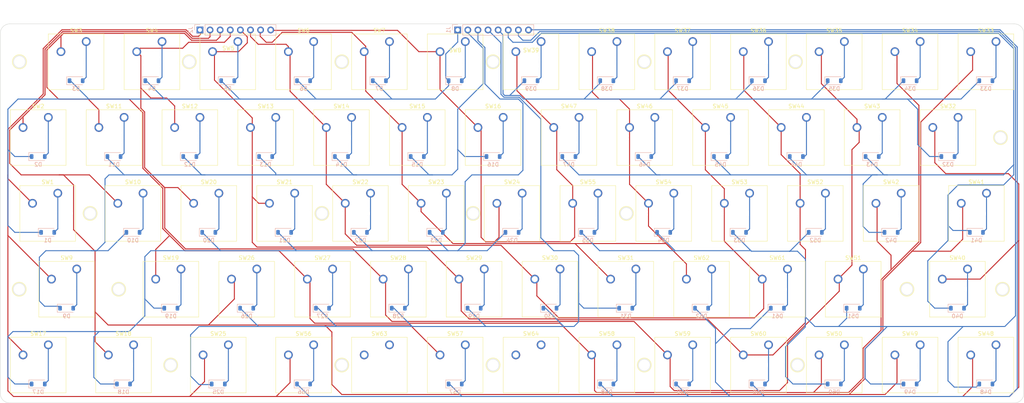
<source format=kicad_pcb>
(kicad_pcb (version 20221018) (generator pcbnew)

  (general
    (thickness 1.6)
  )

  (paper "A3")
  (layers
    (0 "F.Cu" signal)
    (31 "B.Cu" signal)
    (32 "B.Adhes" user "B.Adhesive")
    (33 "F.Adhes" user "F.Adhesive")
    (34 "B.Paste" user)
    (35 "F.Paste" user)
    (36 "B.SilkS" user "B.Silkscreen")
    (37 "F.SilkS" user "F.Silkscreen")
    (38 "B.Mask" user)
    (39 "F.Mask" user)
    (40 "Dwgs.User" user "User.Drawings")
    (41 "Cmts.User" user "User.Comments")
    (42 "Eco1.User" user "User.Eco1")
    (43 "Eco2.User" user "User.Eco2")
    (44 "Edge.Cuts" user)
    (45 "Margin" user)
    (46 "B.CrtYd" user "B.Courtyard")
    (47 "F.CrtYd" user "F.Courtyard")
    (48 "B.Fab" user)
    (49 "F.Fab" user)
    (50 "User.1" user)
    (51 "User.2" user)
    (52 "User.3" user)
    (53 "User.4" user)
    (54 "User.5" user)
    (55 "User.6" user)
    (56 "User.7" user)
    (57 "User.8" user)
    (58 "User.9" user)
  )

  (setup
    (pad_to_mask_clearance 0)
    (aux_axis_origin 83.185 188.11875)
    (grid_origin 83.185 188.11875)
    (pcbplotparams
      (layerselection 0x00010fc_ffffffff)
      (plot_on_all_layers_selection 0x0000000_00000000)
      (disableapertmacros false)
      (usegerberextensions false)
      (usegerberattributes true)
      (usegerberadvancedattributes true)
      (creategerberjobfile true)
      (dashed_line_dash_ratio 12.000000)
      (dashed_line_gap_ratio 3.000000)
      (svgprecision 4)
      (plotframeref false)
      (viasonmask false)
      (mode 1)
      (useauxorigin false)
      (hpglpennumber 1)
      (hpglpenspeed 20)
      (hpglpendiameter 15.000000)
      (dxfpolygonmode true)
      (dxfimperialunits true)
      (dxfusepcbnewfont true)
      (psnegative false)
      (psa4output false)
      (plotreference true)
      (plotvalue true)
      (plotinvisibletext false)
      (sketchpadsonfab false)
      (subtractmaskfromsilk false)
      (outputformat 1)
      (mirror false)
      (drillshape 1)
      (scaleselection 1)
      (outputdirectory "")
    )
  )

  (net 0 "")
  (net 1 "Net-(D1-K)")
  (net 2 "Net-(D1-A)")
  (net 3 "Net-(D10-A)")
  (net 4 "Net-(D10-K)")
  (net 5 "Net-(D17-K)")
  (net 6 "Net-(D17-A)")
  (net 7 "Net-(D25-K)")
  (net 8 "Net-(D25-A)")
  (net 9 "Net-(D32-K)")
  (net 10 "Net-(D33-A)")
  (net 11 "Net-(D40-K)")
  (net 12 "Net-(D41-A)")
  (net 13 "Net-(D48-K)")
  (net 14 "Net-(D49-A)")
  (net 15 "Net-(D56-K)")
  (net 16 "Net-(D56-A)")
  (net 17 "Net-(J2-Pin_1)")
  (net 18 "Net-(J2-Pin_2)")
  (net 19 "Net-(J2-Pin_3)")
  (net 20 "Net-(J2-Pin_4)")
  (net 21 "Net-(J2-Pin_5)")
  (net 22 "Net-(J2-Pin_6)")
  (net 23 "Net-(J2-Pin_7)")
  (net 24 "Net-(J2-Pin_8)")
  (net 25 "unconnected-(SW63-Pad1)")
  (net 26 "unconnected-(SW63-Pad2)")
  (net 27 "unconnected-(SW64-Pad1)")
  (net 28 "unconnected-(SW64-Pad2)")
  (net 29 "Net-(D2-A)")
  (net 30 "Net-(D3-A)")
  (net 31 "Net-(D4-A)")
  (net 32 "Net-(D5-A)")
  (net 33 "Net-(D6-A)")
  (net 34 "Net-(D7-A)")
  (net 35 "Net-(D8-A)")
  (net 36 "Net-(D9-A)")
  (net 37 "Net-(D11-A)")
  (net 38 "Net-(D12-A)")
  (net 39 "Net-(D13-A)")
  (net 40 "Net-(D14-A)")
  (net 41 "Net-(D15-A)")
  (net 42 "Net-(D16-A)")
  (net 43 "Net-(D18-A)")
  (net 44 "Net-(D19-A)")
  (net 45 "Net-(D20-A)")
  (net 46 "Net-(D21-A)")
  (net 47 "Net-(D22-A)")
  (net 48 "Net-(D23-A)")
  (net 49 "Net-(D24-A)")
  (net 50 "Net-(D26-A)")
  (net 51 "Net-(D27-A)")
  (net 52 "Net-(D28-A)")
  (net 53 "Net-(D29-A)")
  (net 54 "Net-(D30-A)")
  (net 55 "Net-(D31-A)")
  (net 56 "Net-(D32-A)")
  (net 57 "Net-(D34-A)")
  (net 58 "Net-(D35-A)")
  (net 59 "Net-(D36-A)")
  (net 60 "Net-(D37-A)")
  (net 61 "Net-(D38-A)")
  (net 62 "Net-(D39-A)")
  (net 63 "Net-(D40-A)")
  (net 64 "Net-(D42-A)")
  (net 65 "Net-(D43-A)")
  (net 66 "Net-(D44-A)")
  (net 67 "Net-(D45-A)")
  (net 68 "Net-(D46-A)")
  (net 69 "Net-(D47-A)")
  (net 70 "Net-(D48-A)")
  (net 71 "Net-(D50-A)")
  (net 72 "Net-(D51-A)")
  (net 73 "Net-(D52-A)")
  (net 74 "Net-(D53-A)")
  (net 75 "Net-(D54-A)")
  (net 76 "Net-(D55-A)")
  (net 77 "Net-(D57-A)")
  (net 78 "Net-(D58-A)")
  (net 79 "Net-(D59-A)")
  (net 80 "Net-(D60-A)")
  (net 81 "Net-(D61-A)")
  (net 82 "Net-(D62-A)")

  (footprint "Button_Switch_Keyboard:SW_Cherry_MX_1.00u_PCB" (layer "F.Cu") (at 285.75 116.36375))

  (footprint "Button_Switch_Keyboard:SW_Cherry_MX_1.00u_PCB" (layer "F.Cu") (at 261.9375 154.46375))

  (footprint "Button_Switch_Keyboard:SW_Cherry_MX_1.00u_PCB" (layer "F.Cu") (at 114.3 116.36375))

  (footprint "Button_Switch_Keyboard:SW_Cherry_MX_1.00u_PCB" (layer "F.Cu") (at 252.4125 135.41375))

  (footprint "Button_Switch_Keyboard:SW_Cherry_MX_1.25u_PCB" (layer "F.Cu") (at 140.49375 173.51375))

  (footprint "Button_Switch_Keyboard:SW_Cherry_MX_1.00u_PCB" (layer "F.Cu") (at 276.225 173.51375))

  (footprint "Button_Switch_Keyboard:SW_Cherry_MX_1.00u_PCB" (layer "F.Cu") (at 257.175 97.31375))

  (footprint "Button_Switch_Keyboard:SW_Cherry_MX_1.00u_PCB" (layer "F.Cu") (at 214.3125 135.41375))

  (footprint "Button_Switch_Keyboard:SW_Cherry_MX_1.00u_PCB" (layer "F.Cu") (at 180.975 97.31375))

  (footprint "Button_Switch_Keyboard:SW_Cherry_MX_1.00u_PCB" (layer "F.Cu") (at 200.025 173.51375))

  (footprint "Button_Switch_Keyboard:SW_Cherry_MX_1.00u_PCB" (layer "F.Cu") (at 200.025 97.31375))

  (footprint "Button_Switch_Keyboard:SW_Cherry_MX_1.00u_PCB" (layer "F.Cu") (at 233.3625 135.41375))

  (footprint "Button_Switch_Keyboard:SW_Cherry_MX_1.00u_PCB" (layer "F.Cu") (at 304.8 116.36375))

  (footprint "Button_Switch_Keyboard:SW_Cherry_MX_1.00u_PCB" (layer "F.Cu") (at 95.25 116.36375))

  (footprint "Button_Switch_Keyboard:SW_Cherry_MX_1.00u_PCB" (layer "F.Cu") (at 295.275 97.31375))

  (footprint "Button_Switch_Keyboard:SW_Cherry_MX_1.00u_PCB" (layer "F.Cu") (at 147.6375 154.46375))

  (footprint "Button_Switch_Keyboard:SW_Cherry_MX_1.00u_PCB" (layer "F.Cu") (at 152.4 116.36375))

  (footprint "Button_Switch_Keyboard:SW_Cherry_MX_1.00u_PCB" (layer "F.Cu") (at 290.5125 135.41375))

  (footprint "Button_Switch_Keyboard:SW_Cherry_MX_1.00u_PCB" (layer "F.Cu") (at 119.0625 135.41375))

  (footprint "Button_Switch_Keyboard:SW_Cherry_MX_1.00u_PCB" (layer "F.Cu") (at 142.875 97.31375))

  (footprint "Button_Switch_Keyboard:SW_Cherry_MX_1.00u_PCB" (layer "F.Cu") (at 276.225 97.31375))

  (footprint "Button_Switch_Keyboard:SW_Cherry_MX_1.00u_PCB" (layer "F.Cu") (at 323.85 116.36375))

  (footprint "Button_Switch_Keyboard:SW_Cherry_MX_1.00u_PCB" (layer "F.Cu") (at 309.5625 135.41375))

  (footprint "Button_Switch_Keyboard:SW_Cherry_MX_1.00u_PCB" (layer "F.Cu") (at 185.7375 154.46375))

  (footprint "Button_Switch_Keyboard:SW_Cherry_MX_1.25u_PCB" (layer "F.Cu") (at 97.63125 135.41375))

  (footprint "Button_Switch_Keyboard:SW_Cherry_MX_1.00u_PCB" (layer "F.Cu") (at 219.075 173.51375))

  (footprint "Button_Switch_Keyboard:SW_Cherry_MX_1.00u_PCB" (layer "F.Cu") (at 280.9875 154.46375))

  (footprint "Button_Switch_Keyboard:SW_Cherry_MX_1.00u_PCB" (layer "F.Cu") (at 204.7875 154.46375))

  (footprint "Button_Switch_Keyboard:SW_Cherry_MX_1.00u_PCB" (layer "F.Cu") (at 300.0375 154.46375))

  (footprint "Button_Switch_Keyboard:SW_Cherry_MX_1.00u_PCB" (layer "F.Cu") (at 247.65 116.36375))

  (footprint "Button_Switch_Keyboard:SW_Cherry_MX_1.00u_PCB" (layer "F.Cu") (at 257.175 173.51375))

  (footprint "Button_Switch_Keyboard:SW_Cherry_MX_1.00u_PCB" (layer "F.Cu") (at 133.35 116.36375))

  (footprint "Button_Switch_Keyboard:SW_Cherry_MX_1.00u_PCB" (layer "F.Cu") (at 161.925 173.51375))

  (footprint "Button_Switch_Keyboard:SW_Cherry_MX_1.00u_PCB" (layer "F.Cu") (at 209.55 116.36375))

  (footprint "Button_Switch_Keyboard:SW_Cherry_MX_1.00u_PCB" (layer "F.Cu") (at 95.25 173.51375))

  (footprint "Button_Switch_Keyboard:SW_Cherry_MX_1.25u_PCB" (layer "F.Cu") (at 330.99375 135.41375))

  (footprint "Button_Switch_Keyboard:SW_Cherry_MX_1.00u_PCB" (layer "F.Cu") (at 128.5875 154.46375))

  (footprint "Button_Switch_Keyboard:SW_Cherry_MX_1.00u_PCB" (layer "F.Cu") (at 333.375 173.51375))

  (footprint "Button_Switch_Keyboard:SW_Cherry_MX_1.00u_PCB" (layer "F.Cu") (at 238.125 97.31375))

  (footprint "Button_Switch_Keyboard:SW_Cherry_MX_1.00u_PCB" (layer "F.Cu") (at 223.8375 154.46375))

  (footprint "Button_Switch_Keyboard:SW_Cherry_MX_1.00u_PCB" (layer "F.Cu") (at 219.075 97.31375))

  (footprint "Button_Switch_Keyboard:SW_Cherry_MX_1.00u_PCB" (layer "F.Cu")
    (tstamp a29d0987-fc1b-479e-89c1-4957eae3384f)
    (at 271.4625 135.41375)
    (descr "Cherry MX keyswitch, 1.00u, PCB mount, http://cherryamericas.com/wp-content/uploads/2014/12/mx_cat.pdf")
    (tags "Cherry MX keyswitch 1.00u PCB")
    (property "Sheetfile" "xantronix-z32.kicad_sch")
    (property "Sheetname" "")
    (property "ki_description" "Push button switch, generic, two pins")
    (property "ki_keywords" "switch normally-open pushbutton push-button")
    (path "/e818bc00-1e8f-44e3-b9f4-0bae43ab4fb8")
    (attr through_hole)
    (fp_text reference "SW53" (at -2.54 -2.794) (layer "F.SilkS")
        (effects (font (size 1 1) (thickness 0.15)))
      (tstamp cb3cf7f9-8c81-468e-8413-26def3be3526)
    )
    (fp_text value "SW_Push" (at -2.54 12.954) (layer "F.Fab")
        (effects (font (size 1 1) (thickness 0.15)))
      (tstamp 5182fbc3-0c7b-453c-aafd-532198d8e30e)
    )
    (fp_text user "${REFERENCE}" (at -2.54 -2.794) (layer "F.Fab")
        (effects (font (size 1 1) (thickness 0.15)))
      (tstamp 68a1dcc7-8161-4f6b-9b42-7c6638961b1c)
    )
    (fp_line (start -9.525 -1.905) (end 4.445 -1.905)
      (stroke (width 0.12) (type solid)) (layer "F.SilkS") (tstamp 08667e8a-8c72-429f-b2e6-5db12ca88ec3))
    (fp_line (start -9.525 12.065) (end -9.525 -1.905)
      (stroke (width 0.12) (type solid)) (layer "F.SilkS") (tstamp 0c747d89-b9cd-4ce8-9ab2-10088c866c2a))
    (fp_line (start 4.445 -1.905) (end 4.445 12.065)
      (stroke (width 0.12) (type solid)) (layer "F.SilkS") (tstamp f19d8e3e-1608-4cbf-9820-4000cc5e77a2))
    (fp_line (start 4.445 12.065) (end -9.525 12.065)
      (stroke (width 0.12) (type solid)) (layer "F.SilkS") (tstamp 4c4f0c93-87ab-4c00-841e-6a65574447aa))
    (fp_line (start -12.065 -4.445) (end 6.985 -4.445)
      (stroke (width 0.15) (type solid)) (layer "Dwgs.User") (tstamp e7e1ea46-d40c-432d-9e55-5a9b96b52741))
    (fp_line (start -12.065 14.605) (end -12.065 -4.445)
      (stroke (width 0.15) (type solid)) (layer "Dwgs.User") (tstamp 8db66b3b-fa37-4c8f-aaa0-111a725d8bc4))
    (fp_line (start 6.985 -4.445) (end 6.985 14.605)
      (stroke (width 0.15) (type solid)) (layer "Dwgs.User") (tstamp b1ad30f7-8a1d-476a-a2c5-5037a5d7450c))
    (fp_line (start 6.985 14.605) (end -12.065 14.605)
      (stroke (width 0.15) (type solid)) (layer "Dwgs.User") (tstamp 4924eca8-f13b-43e7-a3d0-2f8a8208b8df))
    (fp_line (start -9.14 -1.52) (end 4.06 -1.52)

... [489902 chars truncated]
</source>
